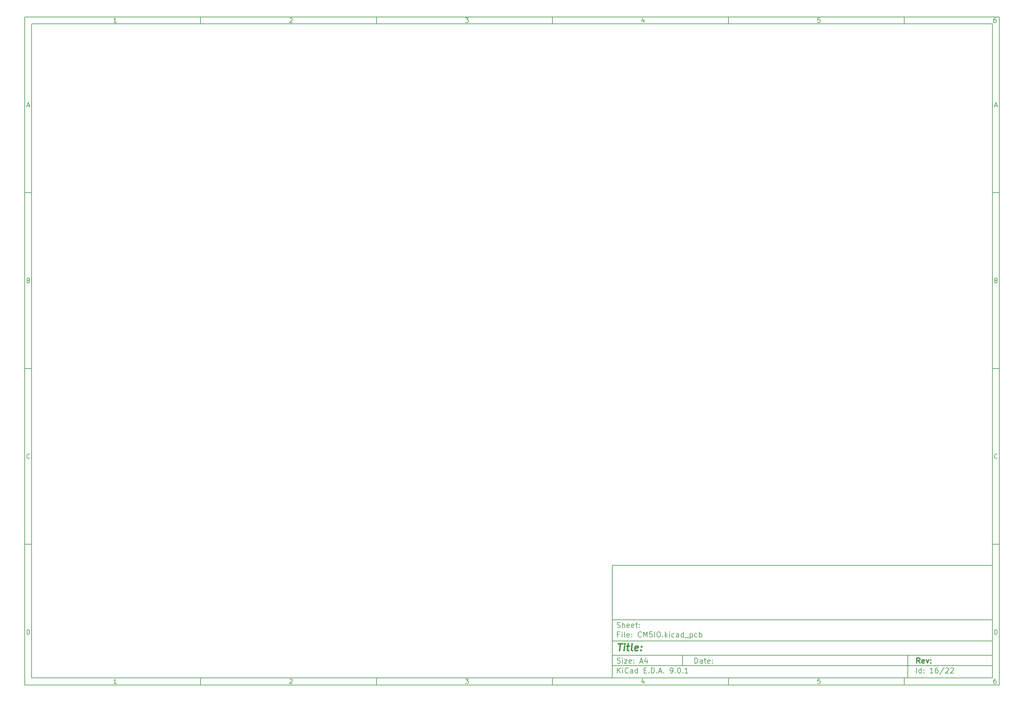
<source format=gbr>
G04 #@! TF.GenerationSoftware,KiCad,Pcbnew,9.0.1*
G04 #@! TF.CreationDate,2025-04-26T19:09:58-05:00*
G04 #@! TF.ProjectId,CM5IO,434d3549-4f2e-46b6-9963-61645f706362,rev?*
G04 #@! TF.SameCoordinates,Original*
G04 #@! TF.FileFunction,Other,ECO2*
%FSLAX46Y46*%
G04 Gerber Fmt 4.6, Leading zero omitted, Abs format (unit mm)*
G04 Created by KiCad (PCBNEW 9.0.1) date 2025-04-26 19:09:58*
%MOMM*%
%LPD*%
G01*
G04 APERTURE LIST*
%ADD10C,0.100000*%
%ADD11C,0.150000*%
%ADD12C,0.300000*%
%ADD13C,0.400000*%
G04 APERTURE END LIST*
D10*
D11*
X177002200Y-166007200D02*
X285002200Y-166007200D01*
X285002200Y-198007200D01*
X177002200Y-198007200D01*
X177002200Y-166007200D01*
D10*
D11*
X10000000Y-10000000D02*
X287002200Y-10000000D01*
X287002200Y-200007200D01*
X10000000Y-200007200D01*
X10000000Y-10000000D01*
D10*
D11*
X12000000Y-12000000D02*
X285002200Y-12000000D01*
X285002200Y-198007200D01*
X12000000Y-198007200D01*
X12000000Y-12000000D01*
D10*
D11*
X60000000Y-12000000D02*
X60000000Y-10000000D01*
D10*
D11*
X110000000Y-12000000D02*
X110000000Y-10000000D01*
D10*
D11*
X160000000Y-12000000D02*
X160000000Y-10000000D01*
D10*
D11*
X210000000Y-12000000D02*
X210000000Y-10000000D01*
D10*
D11*
X260000000Y-12000000D02*
X260000000Y-10000000D01*
D10*
D11*
X36089160Y-11593604D02*
X35346303Y-11593604D01*
X35717731Y-11593604D02*
X35717731Y-10293604D01*
X35717731Y-10293604D02*
X35593922Y-10479319D01*
X35593922Y-10479319D02*
X35470112Y-10603128D01*
X35470112Y-10603128D02*
X35346303Y-10665033D01*
D10*
D11*
X85346303Y-10417414D02*
X85408207Y-10355509D01*
X85408207Y-10355509D02*
X85532017Y-10293604D01*
X85532017Y-10293604D02*
X85841541Y-10293604D01*
X85841541Y-10293604D02*
X85965350Y-10355509D01*
X85965350Y-10355509D02*
X86027255Y-10417414D01*
X86027255Y-10417414D02*
X86089160Y-10541223D01*
X86089160Y-10541223D02*
X86089160Y-10665033D01*
X86089160Y-10665033D02*
X86027255Y-10850747D01*
X86027255Y-10850747D02*
X85284398Y-11593604D01*
X85284398Y-11593604D02*
X86089160Y-11593604D01*
D10*
D11*
X135284398Y-10293604D02*
X136089160Y-10293604D01*
X136089160Y-10293604D02*
X135655826Y-10788842D01*
X135655826Y-10788842D02*
X135841541Y-10788842D01*
X135841541Y-10788842D02*
X135965350Y-10850747D01*
X135965350Y-10850747D02*
X136027255Y-10912652D01*
X136027255Y-10912652D02*
X136089160Y-11036461D01*
X136089160Y-11036461D02*
X136089160Y-11345985D01*
X136089160Y-11345985D02*
X136027255Y-11469795D01*
X136027255Y-11469795D02*
X135965350Y-11531700D01*
X135965350Y-11531700D02*
X135841541Y-11593604D01*
X135841541Y-11593604D02*
X135470112Y-11593604D01*
X135470112Y-11593604D02*
X135346303Y-11531700D01*
X135346303Y-11531700D02*
X135284398Y-11469795D01*
D10*
D11*
X185965350Y-10726938D02*
X185965350Y-11593604D01*
X185655826Y-10231700D02*
X185346303Y-11160271D01*
X185346303Y-11160271D02*
X186151064Y-11160271D01*
D10*
D11*
X236027255Y-10293604D02*
X235408207Y-10293604D01*
X235408207Y-10293604D02*
X235346303Y-10912652D01*
X235346303Y-10912652D02*
X235408207Y-10850747D01*
X235408207Y-10850747D02*
X235532017Y-10788842D01*
X235532017Y-10788842D02*
X235841541Y-10788842D01*
X235841541Y-10788842D02*
X235965350Y-10850747D01*
X235965350Y-10850747D02*
X236027255Y-10912652D01*
X236027255Y-10912652D02*
X236089160Y-11036461D01*
X236089160Y-11036461D02*
X236089160Y-11345985D01*
X236089160Y-11345985D02*
X236027255Y-11469795D01*
X236027255Y-11469795D02*
X235965350Y-11531700D01*
X235965350Y-11531700D02*
X235841541Y-11593604D01*
X235841541Y-11593604D02*
X235532017Y-11593604D01*
X235532017Y-11593604D02*
X235408207Y-11531700D01*
X235408207Y-11531700D02*
X235346303Y-11469795D01*
D10*
D11*
X285965350Y-10293604D02*
X285717731Y-10293604D01*
X285717731Y-10293604D02*
X285593922Y-10355509D01*
X285593922Y-10355509D02*
X285532017Y-10417414D01*
X285532017Y-10417414D02*
X285408207Y-10603128D01*
X285408207Y-10603128D02*
X285346303Y-10850747D01*
X285346303Y-10850747D02*
X285346303Y-11345985D01*
X285346303Y-11345985D02*
X285408207Y-11469795D01*
X285408207Y-11469795D02*
X285470112Y-11531700D01*
X285470112Y-11531700D02*
X285593922Y-11593604D01*
X285593922Y-11593604D02*
X285841541Y-11593604D01*
X285841541Y-11593604D02*
X285965350Y-11531700D01*
X285965350Y-11531700D02*
X286027255Y-11469795D01*
X286027255Y-11469795D02*
X286089160Y-11345985D01*
X286089160Y-11345985D02*
X286089160Y-11036461D01*
X286089160Y-11036461D02*
X286027255Y-10912652D01*
X286027255Y-10912652D02*
X285965350Y-10850747D01*
X285965350Y-10850747D02*
X285841541Y-10788842D01*
X285841541Y-10788842D02*
X285593922Y-10788842D01*
X285593922Y-10788842D02*
X285470112Y-10850747D01*
X285470112Y-10850747D02*
X285408207Y-10912652D01*
X285408207Y-10912652D02*
X285346303Y-11036461D01*
D10*
D11*
X60000000Y-198007200D02*
X60000000Y-200007200D01*
D10*
D11*
X110000000Y-198007200D02*
X110000000Y-200007200D01*
D10*
D11*
X160000000Y-198007200D02*
X160000000Y-200007200D01*
D10*
D11*
X210000000Y-198007200D02*
X210000000Y-200007200D01*
D10*
D11*
X260000000Y-198007200D02*
X260000000Y-200007200D01*
D10*
D11*
X36089160Y-199600804D02*
X35346303Y-199600804D01*
X35717731Y-199600804D02*
X35717731Y-198300804D01*
X35717731Y-198300804D02*
X35593922Y-198486519D01*
X35593922Y-198486519D02*
X35470112Y-198610328D01*
X35470112Y-198610328D02*
X35346303Y-198672233D01*
D10*
D11*
X85346303Y-198424614D02*
X85408207Y-198362709D01*
X85408207Y-198362709D02*
X85532017Y-198300804D01*
X85532017Y-198300804D02*
X85841541Y-198300804D01*
X85841541Y-198300804D02*
X85965350Y-198362709D01*
X85965350Y-198362709D02*
X86027255Y-198424614D01*
X86027255Y-198424614D02*
X86089160Y-198548423D01*
X86089160Y-198548423D02*
X86089160Y-198672233D01*
X86089160Y-198672233D02*
X86027255Y-198857947D01*
X86027255Y-198857947D02*
X85284398Y-199600804D01*
X85284398Y-199600804D02*
X86089160Y-199600804D01*
D10*
D11*
X135284398Y-198300804D02*
X136089160Y-198300804D01*
X136089160Y-198300804D02*
X135655826Y-198796042D01*
X135655826Y-198796042D02*
X135841541Y-198796042D01*
X135841541Y-198796042D02*
X135965350Y-198857947D01*
X135965350Y-198857947D02*
X136027255Y-198919852D01*
X136027255Y-198919852D02*
X136089160Y-199043661D01*
X136089160Y-199043661D02*
X136089160Y-199353185D01*
X136089160Y-199353185D02*
X136027255Y-199476995D01*
X136027255Y-199476995D02*
X135965350Y-199538900D01*
X135965350Y-199538900D02*
X135841541Y-199600804D01*
X135841541Y-199600804D02*
X135470112Y-199600804D01*
X135470112Y-199600804D02*
X135346303Y-199538900D01*
X135346303Y-199538900D02*
X135284398Y-199476995D01*
D10*
D11*
X185965350Y-198734138D02*
X185965350Y-199600804D01*
X185655826Y-198238900D02*
X185346303Y-199167471D01*
X185346303Y-199167471D02*
X186151064Y-199167471D01*
D10*
D11*
X236027255Y-198300804D02*
X235408207Y-198300804D01*
X235408207Y-198300804D02*
X235346303Y-198919852D01*
X235346303Y-198919852D02*
X235408207Y-198857947D01*
X235408207Y-198857947D02*
X235532017Y-198796042D01*
X235532017Y-198796042D02*
X235841541Y-198796042D01*
X235841541Y-198796042D02*
X235965350Y-198857947D01*
X235965350Y-198857947D02*
X236027255Y-198919852D01*
X236027255Y-198919852D02*
X236089160Y-199043661D01*
X236089160Y-199043661D02*
X236089160Y-199353185D01*
X236089160Y-199353185D02*
X236027255Y-199476995D01*
X236027255Y-199476995D02*
X235965350Y-199538900D01*
X235965350Y-199538900D02*
X235841541Y-199600804D01*
X235841541Y-199600804D02*
X235532017Y-199600804D01*
X235532017Y-199600804D02*
X235408207Y-199538900D01*
X235408207Y-199538900D02*
X235346303Y-199476995D01*
D10*
D11*
X285965350Y-198300804D02*
X285717731Y-198300804D01*
X285717731Y-198300804D02*
X285593922Y-198362709D01*
X285593922Y-198362709D02*
X285532017Y-198424614D01*
X285532017Y-198424614D02*
X285408207Y-198610328D01*
X285408207Y-198610328D02*
X285346303Y-198857947D01*
X285346303Y-198857947D02*
X285346303Y-199353185D01*
X285346303Y-199353185D02*
X285408207Y-199476995D01*
X285408207Y-199476995D02*
X285470112Y-199538900D01*
X285470112Y-199538900D02*
X285593922Y-199600804D01*
X285593922Y-199600804D02*
X285841541Y-199600804D01*
X285841541Y-199600804D02*
X285965350Y-199538900D01*
X285965350Y-199538900D02*
X286027255Y-199476995D01*
X286027255Y-199476995D02*
X286089160Y-199353185D01*
X286089160Y-199353185D02*
X286089160Y-199043661D01*
X286089160Y-199043661D02*
X286027255Y-198919852D01*
X286027255Y-198919852D02*
X285965350Y-198857947D01*
X285965350Y-198857947D02*
X285841541Y-198796042D01*
X285841541Y-198796042D02*
X285593922Y-198796042D01*
X285593922Y-198796042D02*
X285470112Y-198857947D01*
X285470112Y-198857947D02*
X285408207Y-198919852D01*
X285408207Y-198919852D02*
X285346303Y-199043661D01*
D10*
D11*
X10000000Y-60000000D02*
X12000000Y-60000000D01*
D10*
D11*
X10000000Y-110000000D02*
X12000000Y-110000000D01*
D10*
D11*
X10000000Y-160000000D02*
X12000000Y-160000000D01*
D10*
D11*
X10690476Y-35222176D02*
X11309523Y-35222176D01*
X10566666Y-35593604D02*
X10999999Y-34293604D01*
X10999999Y-34293604D02*
X11433333Y-35593604D01*
D10*
D11*
X11092857Y-84912652D02*
X11278571Y-84974557D01*
X11278571Y-84974557D02*
X11340476Y-85036461D01*
X11340476Y-85036461D02*
X11402380Y-85160271D01*
X11402380Y-85160271D02*
X11402380Y-85345985D01*
X11402380Y-85345985D02*
X11340476Y-85469795D01*
X11340476Y-85469795D02*
X11278571Y-85531700D01*
X11278571Y-85531700D02*
X11154761Y-85593604D01*
X11154761Y-85593604D02*
X10659523Y-85593604D01*
X10659523Y-85593604D02*
X10659523Y-84293604D01*
X10659523Y-84293604D02*
X11092857Y-84293604D01*
X11092857Y-84293604D02*
X11216666Y-84355509D01*
X11216666Y-84355509D02*
X11278571Y-84417414D01*
X11278571Y-84417414D02*
X11340476Y-84541223D01*
X11340476Y-84541223D02*
X11340476Y-84665033D01*
X11340476Y-84665033D02*
X11278571Y-84788842D01*
X11278571Y-84788842D02*
X11216666Y-84850747D01*
X11216666Y-84850747D02*
X11092857Y-84912652D01*
X11092857Y-84912652D02*
X10659523Y-84912652D01*
D10*
D11*
X11402380Y-135469795D02*
X11340476Y-135531700D01*
X11340476Y-135531700D02*
X11154761Y-135593604D01*
X11154761Y-135593604D02*
X11030952Y-135593604D01*
X11030952Y-135593604D02*
X10845238Y-135531700D01*
X10845238Y-135531700D02*
X10721428Y-135407890D01*
X10721428Y-135407890D02*
X10659523Y-135284080D01*
X10659523Y-135284080D02*
X10597619Y-135036461D01*
X10597619Y-135036461D02*
X10597619Y-134850747D01*
X10597619Y-134850747D02*
X10659523Y-134603128D01*
X10659523Y-134603128D02*
X10721428Y-134479319D01*
X10721428Y-134479319D02*
X10845238Y-134355509D01*
X10845238Y-134355509D02*
X11030952Y-134293604D01*
X11030952Y-134293604D02*
X11154761Y-134293604D01*
X11154761Y-134293604D02*
X11340476Y-134355509D01*
X11340476Y-134355509D02*
X11402380Y-134417414D01*
D10*
D11*
X10659523Y-185593604D02*
X10659523Y-184293604D01*
X10659523Y-184293604D02*
X10969047Y-184293604D01*
X10969047Y-184293604D02*
X11154761Y-184355509D01*
X11154761Y-184355509D02*
X11278571Y-184479319D01*
X11278571Y-184479319D02*
X11340476Y-184603128D01*
X11340476Y-184603128D02*
X11402380Y-184850747D01*
X11402380Y-184850747D02*
X11402380Y-185036461D01*
X11402380Y-185036461D02*
X11340476Y-185284080D01*
X11340476Y-185284080D02*
X11278571Y-185407890D01*
X11278571Y-185407890D02*
X11154761Y-185531700D01*
X11154761Y-185531700D02*
X10969047Y-185593604D01*
X10969047Y-185593604D02*
X10659523Y-185593604D01*
D10*
D11*
X287002200Y-60000000D02*
X285002200Y-60000000D01*
D10*
D11*
X287002200Y-110000000D02*
X285002200Y-110000000D01*
D10*
D11*
X287002200Y-160000000D02*
X285002200Y-160000000D01*
D10*
D11*
X285692676Y-35222176D02*
X286311723Y-35222176D01*
X285568866Y-35593604D02*
X286002199Y-34293604D01*
X286002199Y-34293604D02*
X286435533Y-35593604D01*
D10*
D11*
X286095057Y-84912652D02*
X286280771Y-84974557D01*
X286280771Y-84974557D02*
X286342676Y-85036461D01*
X286342676Y-85036461D02*
X286404580Y-85160271D01*
X286404580Y-85160271D02*
X286404580Y-85345985D01*
X286404580Y-85345985D02*
X286342676Y-85469795D01*
X286342676Y-85469795D02*
X286280771Y-85531700D01*
X286280771Y-85531700D02*
X286156961Y-85593604D01*
X286156961Y-85593604D02*
X285661723Y-85593604D01*
X285661723Y-85593604D02*
X285661723Y-84293604D01*
X285661723Y-84293604D02*
X286095057Y-84293604D01*
X286095057Y-84293604D02*
X286218866Y-84355509D01*
X286218866Y-84355509D02*
X286280771Y-84417414D01*
X286280771Y-84417414D02*
X286342676Y-84541223D01*
X286342676Y-84541223D02*
X286342676Y-84665033D01*
X286342676Y-84665033D02*
X286280771Y-84788842D01*
X286280771Y-84788842D02*
X286218866Y-84850747D01*
X286218866Y-84850747D02*
X286095057Y-84912652D01*
X286095057Y-84912652D02*
X285661723Y-84912652D01*
D10*
D11*
X286404580Y-135469795D02*
X286342676Y-135531700D01*
X286342676Y-135531700D02*
X286156961Y-135593604D01*
X286156961Y-135593604D02*
X286033152Y-135593604D01*
X286033152Y-135593604D02*
X285847438Y-135531700D01*
X285847438Y-135531700D02*
X285723628Y-135407890D01*
X285723628Y-135407890D02*
X285661723Y-135284080D01*
X285661723Y-135284080D02*
X285599819Y-135036461D01*
X285599819Y-135036461D02*
X285599819Y-134850747D01*
X285599819Y-134850747D02*
X285661723Y-134603128D01*
X285661723Y-134603128D02*
X285723628Y-134479319D01*
X285723628Y-134479319D02*
X285847438Y-134355509D01*
X285847438Y-134355509D02*
X286033152Y-134293604D01*
X286033152Y-134293604D02*
X286156961Y-134293604D01*
X286156961Y-134293604D02*
X286342676Y-134355509D01*
X286342676Y-134355509D02*
X286404580Y-134417414D01*
D10*
D11*
X285661723Y-185593604D02*
X285661723Y-184293604D01*
X285661723Y-184293604D02*
X285971247Y-184293604D01*
X285971247Y-184293604D02*
X286156961Y-184355509D01*
X286156961Y-184355509D02*
X286280771Y-184479319D01*
X286280771Y-184479319D02*
X286342676Y-184603128D01*
X286342676Y-184603128D02*
X286404580Y-184850747D01*
X286404580Y-184850747D02*
X286404580Y-185036461D01*
X286404580Y-185036461D02*
X286342676Y-185284080D01*
X286342676Y-185284080D02*
X286280771Y-185407890D01*
X286280771Y-185407890D02*
X286156961Y-185531700D01*
X286156961Y-185531700D02*
X285971247Y-185593604D01*
X285971247Y-185593604D02*
X285661723Y-185593604D01*
D10*
D11*
X200458026Y-193793328D02*
X200458026Y-192293328D01*
X200458026Y-192293328D02*
X200815169Y-192293328D01*
X200815169Y-192293328D02*
X201029455Y-192364757D01*
X201029455Y-192364757D02*
X201172312Y-192507614D01*
X201172312Y-192507614D02*
X201243741Y-192650471D01*
X201243741Y-192650471D02*
X201315169Y-192936185D01*
X201315169Y-192936185D02*
X201315169Y-193150471D01*
X201315169Y-193150471D02*
X201243741Y-193436185D01*
X201243741Y-193436185D02*
X201172312Y-193579042D01*
X201172312Y-193579042D02*
X201029455Y-193721900D01*
X201029455Y-193721900D02*
X200815169Y-193793328D01*
X200815169Y-193793328D02*
X200458026Y-193793328D01*
X202600884Y-193793328D02*
X202600884Y-193007614D01*
X202600884Y-193007614D02*
X202529455Y-192864757D01*
X202529455Y-192864757D02*
X202386598Y-192793328D01*
X202386598Y-192793328D02*
X202100884Y-192793328D01*
X202100884Y-192793328D02*
X201958026Y-192864757D01*
X202600884Y-193721900D02*
X202458026Y-193793328D01*
X202458026Y-193793328D02*
X202100884Y-193793328D01*
X202100884Y-193793328D02*
X201958026Y-193721900D01*
X201958026Y-193721900D02*
X201886598Y-193579042D01*
X201886598Y-193579042D02*
X201886598Y-193436185D01*
X201886598Y-193436185D02*
X201958026Y-193293328D01*
X201958026Y-193293328D02*
X202100884Y-193221900D01*
X202100884Y-193221900D02*
X202458026Y-193221900D01*
X202458026Y-193221900D02*
X202600884Y-193150471D01*
X203100884Y-192793328D02*
X203672312Y-192793328D01*
X203315169Y-192293328D02*
X203315169Y-193579042D01*
X203315169Y-193579042D02*
X203386598Y-193721900D01*
X203386598Y-193721900D02*
X203529455Y-193793328D01*
X203529455Y-193793328D02*
X203672312Y-193793328D01*
X204743741Y-193721900D02*
X204600884Y-193793328D01*
X204600884Y-193793328D02*
X204315170Y-193793328D01*
X204315170Y-193793328D02*
X204172312Y-193721900D01*
X204172312Y-193721900D02*
X204100884Y-193579042D01*
X204100884Y-193579042D02*
X204100884Y-193007614D01*
X204100884Y-193007614D02*
X204172312Y-192864757D01*
X204172312Y-192864757D02*
X204315170Y-192793328D01*
X204315170Y-192793328D02*
X204600884Y-192793328D01*
X204600884Y-192793328D02*
X204743741Y-192864757D01*
X204743741Y-192864757D02*
X204815170Y-193007614D01*
X204815170Y-193007614D02*
X204815170Y-193150471D01*
X204815170Y-193150471D02*
X204100884Y-193293328D01*
X205458026Y-193650471D02*
X205529455Y-193721900D01*
X205529455Y-193721900D02*
X205458026Y-193793328D01*
X205458026Y-193793328D02*
X205386598Y-193721900D01*
X205386598Y-193721900D02*
X205458026Y-193650471D01*
X205458026Y-193650471D02*
X205458026Y-193793328D01*
X205458026Y-192864757D02*
X205529455Y-192936185D01*
X205529455Y-192936185D02*
X205458026Y-193007614D01*
X205458026Y-193007614D02*
X205386598Y-192936185D01*
X205386598Y-192936185D02*
X205458026Y-192864757D01*
X205458026Y-192864757D02*
X205458026Y-193007614D01*
D10*
D11*
X177002200Y-194507200D02*
X285002200Y-194507200D01*
D10*
D11*
X178458026Y-196593328D02*
X178458026Y-195093328D01*
X179315169Y-196593328D02*
X178672312Y-195736185D01*
X179315169Y-195093328D02*
X178458026Y-195950471D01*
X179958026Y-196593328D02*
X179958026Y-195593328D01*
X179958026Y-195093328D02*
X179886598Y-195164757D01*
X179886598Y-195164757D02*
X179958026Y-195236185D01*
X179958026Y-195236185D02*
X180029455Y-195164757D01*
X180029455Y-195164757D02*
X179958026Y-195093328D01*
X179958026Y-195093328D02*
X179958026Y-195236185D01*
X181529455Y-196450471D02*
X181458027Y-196521900D01*
X181458027Y-196521900D02*
X181243741Y-196593328D01*
X181243741Y-196593328D02*
X181100884Y-196593328D01*
X181100884Y-196593328D02*
X180886598Y-196521900D01*
X180886598Y-196521900D02*
X180743741Y-196379042D01*
X180743741Y-196379042D02*
X180672312Y-196236185D01*
X180672312Y-196236185D02*
X180600884Y-195950471D01*
X180600884Y-195950471D02*
X180600884Y-195736185D01*
X180600884Y-195736185D02*
X180672312Y-195450471D01*
X180672312Y-195450471D02*
X180743741Y-195307614D01*
X180743741Y-195307614D02*
X180886598Y-195164757D01*
X180886598Y-195164757D02*
X181100884Y-195093328D01*
X181100884Y-195093328D02*
X181243741Y-195093328D01*
X181243741Y-195093328D02*
X181458027Y-195164757D01*
X181458027Y-195164757D02*
X181529455Y-195236185D01*
X182815170Y-196593328D02*
X182815170Y-195807614D01*
X182815170Y-195807614D02*
X182743741Y-195664757D01*
X182743741Y-195664757D02*
X182600884Y-195593328D01*
X182600884Y-195593328D02*
X182315170Y-195593328D01*
X182315170Y-195593328D02*
X182172312Y-195664757D01*
X182815170Y-196521900D02*
X182672312Y-196593328D01*
X182672312Y-196593328D02*
X182315170Y-196593328D01*
X182315170Y-196593328D02*
X182172312Y-196521900D01*
X182172312Y-196521900D02*
X182100884Y-196379042D01*
X182100884Y-196379042D02*
X182100884Y-196236185D01*
X182100884Y-196236185D02*
X182172312Y-196093328D01*
X182172312Y-196093328D02*
X182315170Y-196021900D01*
X182315170Y-196021900D02*
X182672312Y-196021900D01*
X182672312Y-196021900D02*
X182815170Y-195950471D01*
X184172313Y-196593328D02*
X184172313Y-195093328D01*
X184172313Y-196521900D02*
X184029455Y-196593328D01*
X184029455Y-196593328D02*
X183743741Y-196593328D01*
X183743741Y-196593328D02*
X183600884Y-196521900D01*
X183600884Y-196521900D02*
X183529455Y-196450471D01*
X183529455Y-196450471D02*
X183458027Y-196307614D01*
X183458027Y-196307614D02*
X183458027Y-195879042D01*
X183458027Y-195879042D02*
X183529455Y-195736185D01*
X183529455Y-195736185D02*
X183600884Y-195664757D01*
X183600884Y-195664757D02*
X183743741Y-195593328D01*
X183743741Y-195593328D02*
X184029455Y-195593328D01*
X184029455Y-195593328D02*
X184172313Y-195664757D01*
X186029455Y-195807614D02*
X186529455Y-195807614D01*
X186743741Y-196593328D02*
X186029455Y-196593328D01*
X186029455Y-196593328D02*
X186029455Y-195093328D01*
X186029455Y-195093328D02*
X186743741Y-195093328D01*
X187386598Y-196450471D02*
X187458027Y-196521900D01*
X187458027Y-196521900D02*
X187386598Y-196593328D01*
X187386598Y-196593328D02*
X187315170Y-196521900D01*
X187315170Y-196521900D02*
X187386598Y-196450471D01*
X187386598Y-196450471D02*
X187386598Y-196593328D01*
X188100884Y-196593328D02*
X188100884Y-195093328D01*
X188100884Y-195093328D02*
X188458027Y-195093328D01*
X188458027Y-195093328D02*
X188672313Y-195164757D01*
X188672313Y-195164757D02*
X188815170Y-195307614D01*
X188815170Y-195307614D02*
X188886599Y-195450471D01*
X188886599Y-195450471D02*
X188958027Y-195736185D01*
X188958027Y-195736185D02*
X188958027Y-195950471D01*
X188958027Y-195950471D02*
X188886599Y-196236185D01*
X188886599Y-196236185D02*
X188815170Y-196379042D01*
X188815170Y-196379042D02*
X188672313Y-196521900D01*
X188672313Y-196521900D02*
X188458027Y-196593328D01*
X188458027Y-196593328D02*
X188100884Y-196593328D01*
X189600884Y-196450471D02*
X189672313Y-196521900D01*
X189672313Y-196521900D02*
X189600884Y-196593328D01*
X189600884Y-196593328D02*
X189529456Y-196521900D01*
X189529456Y-196521900D02*
X189600884Y-196450471D01*
X189600884Y-196450471D02*
X189600884Y-196593328D01*
X190243742Y-196164757D02*
X190958028Y-196164757D01*
X190100885Y-196593328D02*
X190600885Y-195093328D01*
X190600885Y-195093328D02*
X191100885Y-196593328D01*
X191600884Y-196450471D02*
X191672313Y-196521900D01*
X191672313Y-196521900D02*
X191600884Y-196593328D01*
X191600884Y-196593328D02*
X191529456Y-196521900D01*
X191529456Y-196521900D02*
X191600884Y-196450471D01*
X191600884Y-196450471D02*
X191600884Y-196593328D01*
X193529456Y-196593328D02*
X193815170Y-196593328D01*
X193815170Y-196593328D02*
X193958027Y-196521900D01*
X193958027Y-196521900D02*
X194029456Y-196450471D01*
X194029456Y-196450471D02*
X194172313Y-196236185D01*
X194172313Y-196236185D02*
X194243742Y-195950471D01*
X194243742Y-195950471D02*
X194243742Y-195379042D01*
X194243742Y-195379042D02*
X194172313Y-195236185D01*
X194172313Y-195236185D02*
X194100885Y-195164757D01*
X194100885Y-195164757D02*
X193958027Y-195093328D01*
X193958027Y-195093328D02*
X193672313Y-195093328D01*
X193672313Y-195093328D02*
X193529456Y-195164757D01*
X193529456Y-195164757D02*
X193458027Y-195236185D01*
X193458027Y-195236185D02*
X193386599Y-195379042D01*
X193386599Y-195379042D02*
X193386599Y-195736185D01*
X193386599Y-195736185D02*
X193458027Y-195879042D01*
X193458027Y-195879042D02*
X193529456Y-195950471D01*
X193529456Y-195950471D02*
X193672313Y-196021900D01*
X193672313Y-196021900D02*
X193958027Y-196021900D01*
X193958027Y-196021900D02*
X194100885Y-195950471D01*
X194100885Y-195950471D02*
X194172313Y-195879042D01*
X194172313Y-195879042D02*
X194243742Y-195736185D01*
X194886598Y-196450471D02*
X194958027Y-196521900D01*
X194958027Y-196521900D02*
X194886598Y-196593328D01*
X194886598Y-196593328D02*
X194815170Y-196521900D01*
X194815170Y-196521900D02*
X194886598Y-196450471D01*
X194886598Y-196450471D02*
X194886598Y-196593328D01*
X195886599Y-195093328D02*
X196029456Y-195093328D01*
X196029456Y-195093328D02*
X196172313Y-195164757D01*
X196172313Y-195164757D02*
X196243742Y-195236185D01*
X196243742Y-195236185D02*
X196315170Y-195379042D01*
X196315170Y-195379042D02*
X196386599Y-195664757D01*
X196386599Y-195664757D02*
X196386599Y-196021900D01*
X196386599Y-196021900D02*
X196315170Y-196307614D01*
X196315170Y-196307614D02*
X196243742Y-196450471D01*
X196243742Y-196450471D02*
X196172313Y-196521900D01*
X196172313Y-196521900D02*
X196029456Y-196593328D01*
X196029456Y-196593328D02*
X195886599Y-196593328D01*
X195886599Y-196593328D02*
X195743742Y-196521900D01*
X195743742Y-196521900D02*
X195672313Y-196450471D01*
X195672313Y-196450471D02*
X195600884Y-196307614D01*
X195600884Y-196307614D02*
X195529456Y-196021900D01*
X195529456Y-196021900D02*
X195529456Y-195664757D01*
X195529456Y-195664757D02*
X195600884Y-195379042D01*
X195600884Y-195379042D02*
X195672313Y-195236185D01*
X195672313Y-195236185D02*
X195743742Y-195164757D01*
X195743742Y-195164757D02*
X195886599Y-195093328D01*
X197029455Y-196450471D02*
X197100884Y-196521900D01*
X197100884Y-196521900D02*
X197029455Y-196593328D01*
X197029455Y-196593328D02*
X196958027Y-196521900D01*
X196958027Y-196521900D02*
X197029455Y-196450471D01*
X197029455Y-196450471D02*
X197029455Y-196593328D01*
X198529456Y-196593328D02*
X197672313Y-196593328D01*
X198100884Y-196593328D02*
X198100884Y-195093328D01*
X198100884Y-195093328D02*
X197958027Y-195307614D01*
X197958027Y-195307614D02*
X197815170Y-195450471D01*
X197815170Y-195450471D02*
X197672313Y-195521900D01*
D10*
D11*
X177002200Y-191507200D02*
X285002200Y-191507200D01*
D10*
D12*
X264413853Y-193785528D02*
X263913853Y-193071242D01*
X263556710Y-193785528D02*
X263556710Y-192285528D01*
X263556710Y-192285528D02*
X264128139Y-192285528D01*
X264128139Y-192285528D02*
X264270996Y-192356957D01*
X264270996Y-192356957D02*
X264342425Y-192428385D01*
X264342425Y-192428385D02*
X264413853Y-192571242D01*
X264413853Y-192571242D02*
X264413853Y-192785528D01*
X264413853Y-192785528D02*
X264342425Y-192928385D01*
X264342425Y-192928385D02*
X264270996Y-192999814D01*
X264270996Y-192999814D02*
X264128139Y-193071242D01*
X264128139Y-193071242D02*
X263556710Y-193071242D01*
X265628139Y-193714100D02*
X265485282Y-193785528D01*
X265485282Y-193785528D02*
X265199568Y-193785528D01*
X265199568Y-193785528D02*
X265056710Y-193714100D01*
X265056710Y-193714100D02*
X264985282Y-193571242D01*
X264985282Y-193571242D02*
X264985282Y-192999814D01*
X264985282Y-192999814D02*
X265056710Y-192856957D01*
X265056710Y-192856957D02*
X265199568Y-192785528D01*
X265199568Y-192785528D02*
X265485282Y-192785528D01*
X265485282Y-192785528D02*
X265628139Y-192856957D01*
X265628139Y-192856957D02*
X265699568Y-192999814D01*
X265699568Y-192999814D02*
X265699568Y-193142671D01*
X265699568Y-193142671D02*
X264985282Y-193285528D01*
X266199567Y-192785528D02*
X266556710Y-193785528D01*
X266556710Y-193785528D02*
X266913853Y-192785528D01*
X267485281Y-193642671D02*
X267556710Y-193714100D01*
X267556710Y-193714100D02*
X267485281Y-193785528D01*
X267485281Y-193785528D02*
X267413853Y-193714100D01*
X267413853Y-193714100D02*
X267485281Y-193642671D01*
X267485281Y-193642671D02*
X267485281Y-193785528D01*
X267485281Y-192856957D02*
X267556710Y-192928385D01*
X267556710Y-192928385D02*
X267485281Y-192999814D01*
X267485281Y-192999814D02*
X267413853Y-192928385D01*
X267413853Y-192928385D02*
X267485281Y-192856957D01*
X267485281Y-192856957D02*
X267485281Y-192999814D01*
D10*
D11*
X178386598Y-193721900D02*
X178600884Y-193793328D01*
X178600884Y-193793328D02*
X178958026Y-193793328D01*
X178958026Y-193793328D02*
X179100884Y-193721900D01*
X179100884Y-193721900D02*
X179172312Y-193650471D01*
X179172312Y-193650471D02*
X179243741Y-193507614D01*
X179243741Y-193507614D02*
X179243741Y-193364757D01*
X179243741Y-193364757D02*
X179172312Y-193221900D01*
X179172312Y-193221900D02*
X179100884Y-193150471D01*
X179100884Y-193150471D02*
X178958026Y-193079042D01*
X178958026Y-193079042D02*
X178672312Y-193007614D01*
X178672312Y-193007614D02*
X178529455Y-192936185D01*
X178529455Y-192936185D02*
X178458026Y-192864757D01*
X178458026Y-192864757D02*
X178386598Y-192721900D01*
X178386598Y-192721900D02*
X178386598Y-192579042D01*
X178386598Y-192579042D02*
X178458026Y-192436185D01*
X178458026Y-192436185D02*
X178529455Y-192364757D01*
X178529455Y-192364757D02*
X178672312Y-192293328D01*
X178672312Y-192293328D02*
X179029455Y-192293328D01*
X179029455Y-192293328D02*
X179243741Y-192364757D01*
X179886597Y-193793328D02*
X179886597Y-192793328D01*
X179886597Y-192293328D02*
X179815169Y-192364757D01*
X179815169Y-192364757D02*
X179886597Y-192436185D01*
X179886597Y-192436185D02*
X179958026Y-192364757D01*
X179958026Y-192364757D02*
X179886597Y-192293328D01*
X179886597Y-192293328D02*
X179886597Y-192436185D01*
X180458026Y-192793328D02*
X181243741Y-192793328D01*
X181243741Y-192793328D02*
X180458026Y-193793328D01*
X180458026Y-193793328D02*
X181243741Y-193793328D01*
X182386598Y-193721900D02*
X182243741Y-193793328D01*
X182243741Y-193793328D02*
X181958027Y-193793328D01*
X181958027Y-193793328D02*
X181815169Y-193721900D01*
X181815169Y-193721900D02*
X181743741Y-193579042D01*
X181743741Y-193579042D02*
X181743741Y-193007614D01*
X181743741Y-193007614D02*
X181815169Y-192864757D01*
X181815169Y-192864757D02*
X181958027Y-192793328D01*
X181958027Y-192793328D02*
X182243741Y-192793328D01*
X182243741Y-192793328D02*
X182386598Y-192864757D01*
X182386598Y-192864757D02*
X182458027Y-193007614D01*
X182458027Y-193007614D02*
X182458027Y-193150471D01*
X182458027Y-193150471D02*
X181743741Y-193293328D01*
X183100883Y-193650471D02*
X183172312Y-193721900D01*
X183172312Y-193721900D02*
X183100883Y-193793328D01*
X183100883Y-193793328D02*
X183029455Y-193721900D01*
X183029455Y-193721900D02*
X183100883Y-193650471D01*
X183100883Y-193650471D02*
X183100883Y-193793328D01*
X183100883Y-192864757D02*
X183172312Y-192936185D01*
X183172312Y-192936185D02*
X183100883Y-193007614D01*
X183100883Y-193007614D02*
X183029455Y-192936185D01*
X183029455Y-192936185D02*
X183100883Y-192864757D01*
X183100883Y-192864757D02*
X183100883Y-193007614D01*
X184886598Y-193364757D02*
X185600884Y-193364757D01*
X184743741Y-193793328D02*
X185243741Y-192293328D01*
X185243741Y-192293328D02*
X185743741Y-193793328D01*
X186886598Y-192793328D02*
X186886598Y-193793328D01*
X186529455Y-192221900D02*
X186172312Y-193293328D01*
X186172312Y-193293328D02*
X187100883Y-193293328D01*
D10*
D11*
X263458026Y-196593328D02*
X263458026Y-195093328D01*
X264815170Y-196593328D02*
X264815170Y-195093328D01*
X264815170Y-196521900D02*
X264672312Y-196593328D01*
X264672312Y-196593328D02*
X264386598Y-196593328D01*
X264386598Y-196593328D02*
X264243741Y-196521900D01*
X264243741Y-196521900D02*
X264172312Y-196450471D01*
X264172312Y-196450471D02*
X264100884Y-196307614D01*
X264100884Y-196307614D02*
X264100884Y-195879042D01*
X264100884Y-195879042D02*
X264172312Y-195736185D01*
X264172312Y-195736185D02*
X264243741Y-195664757D01*
X264243741Y-195664757D02*
X264386598Y-195593328D01*
X264386598Y-195593328D02*
X264672312Y-195593328D01*
X264672312Y-195593328D02*
X264815170Y-195664757D01*
X265529455Y-196450471D02*
X265600884Y-196521900D01*
X265600884Y-196521900D02*
X265529455Y-196593328D01*
X265529455Y-196593328D02*
X265458027Y-196521900D01*
X265458027Y-196521900D02*
X265529455Y-196450471D01*
X265529455Y-196450471D02*
X265529455Y-196593328D01*
X265529455Y-195664757D02*
X265600884Y-195736185D01*
X265600884Y-195736185D02*
X265529455Y-195807614D01*
X265529455Y-195807614D02*
X265458027Y-195736185D01*
X265458027Y-195736185D02*
X265529455Y-195664757D01*
X265529455Y-195664757D02*
X265529455Y-195807614D01*
X268172313Y-196593328D02*
X267315170Y-196593328D01*
X267743741Y-196593328D02*
X267743741Y-195093328D01*
X267743741Y-195093328D02*
X267600884Y-195307614D01*
X267600884Y-195307614D02*
X267458027Y-195450471D01*
X267458027Y-195450471D02*
X267315170Y-195521900D01*
X269458027Y-195093328D02*
X269172312Y-195093328D01*
X269172312Y-195093328D02*
X269029455Y-195164757D01*
X269029455Y-195164757D02*
X268958027Y-195236185D01*
X268958027Y-195236185D02*
X268815169Y-195450471D01*
X268815169Y-195450471D02*
X268743741Y-195736185D01*
X268743741Y-195736185D02*
X268743741Y-196307614D01*
X268743741Y-196307614D02*
X268815169Y-196450471D01*
X268815169Y-196450471D02*
X268886598Y-196521900D01*
X268886598Y-196521900D02*
X269029455Y-196593328D01*
X269029455Y-196593328D02*
X269315169Y-196593328D01*
X269315169Y-196593328D02*
X269458027Y-196521900D01*
X269458027Y-196521900D02*
X269529455Y-196450471D01*
X269529455Y-196450471D02*
X269600884Y-196307614D01*
X269600884Y-196307614D02*
X269600884Y-195950471D01*
X269600884Y-195950471D02*
X269529455Y-195807614D01*
X269529455Y-195807614D02*
X269458027Y-195736185D01*
X269458027Y-195736185D02*
X269315169Y-195664757D01*
X269315169Y-195664757D02*
X269029455Y-195664757D01*
X269029455Y-195664757D02*
X268886598Y-195736185D01*
X268886598Y-195736185D02*
X268815169Y-195807614D01*
X268815169Y-195807614D02*
X268743741Y-195950471D01*
X271315169Y-195021900D02*
X270029455Y-196950471D01*
X271743741Y-195236185D02*
X271815169Y-195164757D01*
X271815169Y-195164757D02*
X271958027Y-195093328D01*
X271958027Y-195093328D02*
X272315169Y-195093328D01*
X272315169Y-195093328D02*
X272458027Y-195164757D01*
X272458027Y-195164757D02*
X272529455Y-195236185D01*
X272529455Y-195236185D02*
X272600884Y-195379042D01*
X272600884Y-195379042D02*
X272600884Y-195521900D01*
X272600884Y-195521900D02*
X272529455Y-195736185D01*
X272529455Y-195736185D02*
X271672312Y-196593328D01*
X271672312Y-196593328D02*
X272600884Y-196593328D01*
X273172312Y-195236185D02*
X273243740Y-195164757D01*
X273243740Y-195164757D02*
X273386598Y-195093328D01*
X273386598Y-195093328D02*
X273743740Y-195093328D01*
X273743740Y-195093328D02*
X273886598Y-195164757D01*
X273886598Y-195164757D02*
X273958026Y-195236185D01*
X273958026Y-195236185D02*
X274029455Y-195379042D01*
X274029455Y-195379042D02*
X274029455Y-195521900D01*
X274029455Y-195521900D02*
X273958026Y-195736185D01*
X273958026Y-195736185D02*
X273100883Y-196593328D01*
X273100883Y-196593328D02*
X274029455Y-196593328D01*
D10*
D11*
X177002200Y-187507200D02*
X285002200Y-187507200D01*
D10*
D13*
X178693928Y-188211638D02*
X179836785Y-188211638D01*
X179015357Y-190211638D02*
X179265357Y-188211638D01*
X180253452Y-190211638D02*
X180420119Y-188878304D01*
X180503452Y-188211638D02*
X180396309Y-188306876D01*
X180396309Y-188306876D02*
X180479643Y-188402114D01*
X180479643Y-188402114D02*
X180586786Y-188306876D01*
X180586786Y-188306876D02*
X180503452Y-188211638D01*
X180503452Y-188211638D02*
X180479643Y-188402114D01*
X181086786Y-188878304D02*
X181848690Y-188878304D01*
X181455833Y-188211638D02*
X181241548Y-189925923D01*
X181241548Y-189925923D02*
X181312976Y-190116400D01*
X181312976Y-190116400D02*
X181491548Y-190211638D01*
X181491548Y-190211638D02*
X181682024Y-190211638D01*
X182634405Y-190211638D02*
X182455833Y-190116400D01*
X182455833Y-190116400D02*
X182384405Y-189925923D01*
X182384405Y-189925923D02*
X182598690Y-188211638D01*
X184170119Y-190116400D02*
X183967738Y-190211638D01*
X183967738Y-190211638D02*
X183586785Y-190211638D01*
X183586785Y-190211638D02*
X183408214Y-190116400D01*
X183408214Y-190116400D02*
X183336785Y-189925923D01*
X183336785Y-189925923D02*
X183432024Y-189164019D01*
X183432024Y-189164019D02*
X183551071Y-188973542D01*
X183551071Y-188973542D02*
X183753452Y-188878304D01*
X183753452Y-188878304D02*
X184134404Y-188878304D01*
X184134404Y-188878304D02*
X184312976Y-188973542D01*
X184312976Y-188973542D02*
X184384404Y-189164019D01*
X184384404Y-189164019D02*
X184360595Y-189354495D01*
X184360595Y-189354495D02*
X183384404Y-189544971D01*
X185134405Y-190021161D02*
X185217738Y-190116400D01*
X185217738Y-190116400D02*
X185110595Y-190211638D01*
X185110595Y-190211638D02*
X185027262Y-190116400D01*
X185027262Y-190116400D02*
X185134405Y-190021161D01*
X185134405Y-190021161D02*
X185110595Y-190211638D01*
X185265357Y-188973542D02*
X185348690Y-189068780D01*
X185348690Y-189068780D02*
X185241548Y-189164019D01*
X185241548Y-189164019D02*
X185158214Y-189068780D01*
X185158214Y-189068780D02*
X185265357Y-188973542D01*
X185265357Y-188973542D02*
X185241548Y-189164019D01*
D10*
D11*
X178958026Y-185607614D02*
X178458026Y-185607614D01*
X178458026Y-186393328D02*
X178458026Y-184893328D01*
X178458026Y-184893328D02*
X179172312Y-184893328D01*
X179743740Y-186393328D02*
X179743740Y-185393328D01*
X179743740Y-184893328D02*
X179672312Y-184964757D01*
X179672312Y-184964757D02*
X179743740Y-185036185D01*
X179743740Y-185036185D02*
X179815169Y-184964757D01*
X179815169Y-184964757D02*
X179743740Y-184893328D01*
X179743740Y-184893328D02*
X179743740Y-185036185D01*
X180672312Y-186393328D02*
X180529455Y-186321900D01*
X180529455Y-186321900D02*
X180458026Y-186179042D01*
X180458026Y-186179042D02*
X180458026Y-184893328D01*
X181815169Y-186321900D02*
X181672312Y-186393328D01*
X181672312Y-186393328D02*
X181386598Y-186393328D01*
X181386598Y-186393328D02*
X181243740Y-186321900D01*
X181243740Y-186321900D02*
X181172312Y-186179042D01*
X181172312Y-186179042D02*
X181172312Y-185607614D01*
X181172312Y-185607614D02*
X181243740Y-185464757D01*
X181243740Y-185464757D02*
X181386598Y-185393328D01*
X181386598Y-185393328D02*
X181672312Y-185393328D01*
X181672312Y-185393328D02*
X181815169Y-185464757D01*
X181815169Y-185464757D02*
X181886598Y-185607614D01*
X181886598Y-185607614D02*
X181886598Y-185750471D01*
X181886598Y-185750471D02*
X181172312Y-185893328D01*
X182529454Y-186250471D02*
X182600883Y-186321900D01*
X182600883Y-186321900D02*
X182529454Y-186393328D01*
X182529454Y-186393328D02*
X182458026Y-186321900D01*
X182458026Y-186321900D02*
X182529454Y-186250471D01*
X182529454Y-186250471D02*
X182529454Y-186393328D01*
X182529454Y-185464757D02*
X182600883Y-185536185D01*
X182600883Y-185536185D02*
X182529454Y-185607614D01*
X182529454Y-185607614D02*
X182458026Y-185536185D01*
X182458026Y-185536185D02*
X182529454Y-185464757D01*
X182529454Y-185464757D02*
X182529454Y-185607614D01*
X185243740Y-186250471D02*
X185172312Y-186321900D01*
X185172312Y-186321900D02*
X184958026Y-186393328D01*
X184958026Y-186393328D02*
X184815169Y-186393328D01*
X184815169Y-186393328D02*
X184600883Y-186321900D01*
X184600883Y-186321900D02*
X184458026Y-186179042D01*
X184458026Y-186179042D02*
X184386597Y-186036185D01*
X184386597Y-186036185D02*
X184315169Y-185750471D01*
X184315169Y-185750471D02*
X184315169Y-185536185D01*
X184315169Y-185536185D02*
X184386597Y-185250471D01*
X184386597Y-185250471D02*
X184458026Y-185107614D01*
X184458026Y-185107614D02*
X184600883Y-184964757D01*
X184600883Y-184964757D02*
X184815169Y-184893328D01*
X184815169Y-184893328D02*
X184958026Y-184893328D01*
X184958026Y-184893328D02*
X185172312Y-184964757D01*
X185172312Y-184964757D02*
X185243740Y-185036185D01*
X185886597Y-186393328D02*
X185886597Y-184893328D01*
X185886597Y-184893328D02*
X186386597Y-185964757D01*
X186386597Y-185964757D02*
X186886597Y-184893328D01*
X186886597Y-184893328D02*
X186886597Y-186393328D01*
X188315169Y-184893328D02*
X187600883Y-184893328D01*
X187600883Y-184893328D02*
X187529455Y-185607614D01*
X187529455Y-185607614D02*
X187600883Y-185536185D01*
X187600883Y-185536185D02*
X187743741Y-185464757D01*
X187743741Y-185464757D02*
X188100883Y-185464757D01*
X188100883Y-185464757D02*
X188243741Y-185536185D01*
X188243741Y-185536185D02*
X188315169Y-185607614D01*
X188315169Y-185607614D02*
X188386598Y-185750471D01*
X188386598Y-185750471D02*
X188386598Y-186107614D01*
X188386598Y-186107614D02*
X188315169Y-186250471D01*
X188315169Y-186250471D02*
X188243741Y-186321900D01*
X188243741Y-186321900D02*
X188100883Y-186393328D01*
X188100883Y-186393328D02*
X187743741Y-186393328D01*
X187743741Y-186393328D02*
X187600883Y-186321900D01*
X187600883Y-186321900D02*
X187529455Y-186250471D01*
X189029454Y-186393328D02*
X189029454Y-184893328D01*
X190029455Y-184893328D02*
X190315169Y-184893328D01*
X190315169Y-184893328D02*
X190458026Y-184964757D01*
X190458026Y-184964757D02*
X190600883Y-185107614D01*
X190600883Y-185107614D02*
X190672312Y-185393328D01*
X190672312Y-185393328D02*
X190672312Y-185893328D01*
X190672312Y-185893328D02*
X190600883Y-186179042D01*
X190600883Y-186179042D02*
X190458026Y-186321900D01*
X190458026Y-186321900D02*
X190315169Y-186393328D01*
X190315169Y-186393328D02*
X190029455Y-186393328D01*
X190029455Y-186393328D02*
X189886598Y-186321900D01*
X189886598Y-186321900D02*
X189743740Y-186179042D01*
X189743740Y-186179042D02*
X189672312Y-185893328D01*
X189672312Y-185893328D02*
X189672312Y-185393328D01*
X189672312Y-185393328D02*
X189743740Y-185107614D01*
X189743740Y-185107614D02*
X189886598Y-184964757D01*
X189886598Y-184964757D02*
X190029455Y-184893328D01*
X191315169Y-186250471D02*
X191386598Y-186321900D01*
X191386598Y-186321900D02*
X191315169Y-186393328D01*
X191315169Y-186393328D02*
X191243741Y-186321900D01*
X191243741Y-186321900D02*
X191315169Y-186250471D01*
X191315169Y-186250471D02*
X191315169Y-186393328D01*
X192029455Y-186393328D02*
X192029455Y-184893328D01*
X192172313Y-185821900D02*
X192600884Y-186393328D01*
X192600884Y-185393328D02*
X192029455Y-185964757D01*
X193243741Y-186393328D02*
X193243741Y-185393328D01*
X193243741Y-184893328D02*
X193172313Y-184964757D01*
X193172313Y-184964757D02*
X193243741Y-185036185D01*
X193243741Y-185036185D02*
X193315170Y-184964757D01*
X193315170Y-184964757D02*
X193243741Y-184893328D01*
X193243741Y-184893328D02*
X193243741Y-185036185D01*
X194600885Y-186321900D02*
X194458027Y-186393328D01*
X194458027Y-186393328D02*
X194172313Y-186393328D01*
X194172313Y-186393328D02*
X194029456Y-186321900D01*
X194029456Y-186321900D02*
X193958027Y-186250471D01*
X193958027Y-186250471D02*
X193886599Y-186107614D01*
X193886599Y-186107614D02*
X193886599Y-185679042D01*
X193886599Y-185679042D02*
X193958027Y-185536185D01*
X193958027Y-185536185D02*
X194029456Y-185464757D01*
X194029456Y-185464757D02*
X194172313Y-185393328D01*
X194172313Y-185393328D02*
X194458027Y-185393328D01*
X194458027Y-185393328D02*
X194600885Y-185464757D01*
X195886599Y-186393328D02*
X195886599Y-185607614D01*
X195886599Y-185607614D02*
X195815170Y-185464757D01*
X195815170Y-185464757D02*
X195672313Y-185393328D01*
X195672313Y-185393328D02*
X195386599Y-185393328D01*
X195386599Y-185393328D02*
X195243741Y-185464757D01*
X195886599Y-186321900D02*
X195743741Y-186393328D01*
X195743741Y-186393328D02*
X195386599Y-186393328D01*
X195386599Y-186393328D02*
X195243741Y-186321900D01*
X195243741Y-186321900D02*
X195172313Y-186179042D01*
X195172313Y-186179042D02*
X195172313Y-186036185D01*
X195172313Y-186036185D02*
X195243741Y-185893328D01*
X195243741Y-185893328D02*
X195386599Y-185821900D01*
X195386599Y-185821900D02*
X195743741Y-185821900D01*
X195743741Y-185821900D02*
X195886599Y-185750471D01*
X197243742Y-186393328D02*
X197243742Y-184893328D01*
X197243742Y-186321900D02*
X197100884Y-186393328D01*
X197100884Y-186393328D02*
X196815170Y-186393328D01*
X196815170Y-186393328D02*
X196672313Y-186321900D01*
X196672313Y-186321900D02*
X196600884Y-186250471D01*
X196600884Y-186250471D02*
X196529456Y-186107614D01*
X196529456Y-186107614D02*
X196529456Y-185679042D01*
X196529456Y-185679042D02*
X196600884Y-185536185D01*
X196600884Y-185536185D02*
X196672313Y-185464757D01*
X196672313Y-185464757D02*
X196815170Y-185393328D01*
X196815170Y-185393328D02*
X197100884Y-185393328D01*
X197100884Y-185393328D02*
X197243742Y-185464757D01*
X197600885Y-186536185D02*
X198743742Y-186536185D01*
X199100884Y-185393328D02*
X199100884Y-186893328D01*
X199100884Y-185464757D02*
X199243742Y-185393328D01*
X199243742Y-185393328D02*
X199529456Y-185393328D01*
X199529456Y-185393328D02*
X199672313Y-185464757D01*
X199672313Y-185464757D02*
X199743742Y-185536185D01*
X199743742Y-185536185D02*
X199815170Y-185679042D01*
X199815170Y-185679042D02*
X199815170Y-186107614D01*
X199815170Y-186107614D02*
X199743742Y-186250471D01*
X199743742Y-186250471D02*
X199672313Y-186321900D01*
X199672313Y-186321900D02*
X199529456Y-186393328D01*
X199529456Y-186393328D02*
X199243742Y-186393328D01*
X199243742Y-186393328D02*
X199100884Y-186321900D01*
X201100885Y-186321900D02*
X200958027Y-186393328D01*
X200958027Y-186393328D02*
X200672313Y-186393328D01*
X200672313Y-186393328D02*
X200529456Y-186321900D01*
X200529456Y-186321900D02*
X200458027Y-186250471D01*
X200458027Y-186250471D02*
X200386599Y-186107614D01*
X200386599Y-186107614D02*
X200386599Y-185679042D01*
X200386599Y-185679042D02*
X200458027Y-185536185D01*
X200458027Y-185536185D02*
X200529456Y-185464757D01*
X200529456Y-185464757D02*
X200672313Y-185393328D01*
X200672313Y-185393328D02*
X200958027Y-185393328D01*
X200958027Y-185393328D02*
X201100885Y-185464757D01*
X201743741Y-186393328D02*
X201743741Y-184893328D01*
X201743741Y-185464757D02*
X201886599Y-185393328D01*
X201886599Y-185393328D02*
X202172313Y-185393328D01*
X202172313Y-185393328D02*
X202315170Y-185464757D01*
X202315170Y-185464757D02*
X202386599Y-185536185D01*
X202386599Y-185536185D02*
X202458027Y-185679042D01*
X202458027Y-185679042D02*
X202458027Y-186107614D01*
X202458027Y-186107614D02*
X202386599Y-186250471D01*
X202386599Y-186250471D02*
X202315170Y-186321900D01*
X202315170Y-186321900D02*
X202172313Y-186393328D01*
X202172313Y-186393328D02*
X201886599Y-186393328D01*
X201886599Y-186393328D02*
X201743741Y-186321900D01*
D10*
D11*
X177002200Y-181507200D02*
X285002200Y-181507200D01*
D10*
D11*
X178386598Y-183621900D02*
X178600884Y-183693328D01*
X178600884Y-183693328D02*
X178958026Y-183693328D01*
X178958026Y-183693328D02*
X179100884Y-183621900D01*
X179100884Y-183621900D02*
X179172312Y-183550471D01*
X179172312Y-183550471D02*
X179243741Y-183407614D01*
X179243741Y-183407614D02*
X179243741Y-183264757D01*
X179243741Y-183264757D02*
X179172312Y-183121900D01*
X179172312Y-183121900D02*
X179100884Y-183050471D01*
X179100884Y-183050471D02*
X178958026Y-182979042D01*
X178958026Y-182979042D02*
X178672312Y-182907614D01*
X178672312Y-182907614D02*
X178529455Y-182836185D01*
X178529455Y-182836185D02*
X178458026Y-182764757D01*
X178458026Y-182764757D02*
X178386598Y-182621900D01*
X178386598Y-182621900D02*
X178386598Y-182479042D01*
X178386598Y-182479042D02*
X178458026Y-182336185D01*
X178458026Y-182336185D02*
X178529455Y-182264757D01*
X178529455Y-182264757D02*
X178672312Y-182193328D01*
X178672312Y-182193328D02*
X179029455Y-182193328D01*
X179029455Y-182193328D02*
X179243741Y-182264757D01*
X179886597Y-183693328D02*
X179886597Y-182193328D01*
X180529455Y-183693328D02*
X180529455Y-182907614D01*
X180529455Y-182907614D02*
X180458026Y-182764757D01*
X180458026Y-182764757D02*
X180315169Y-182693328D01*
X180315169Y-182693328D02*
X180100883Y-182693328D01*
X180100883Y-182693328D02*
X179958026Y-182764757D01*
X179958026Y-182764757D02*
X179886597Y-182836185D01*
X181815169Y-183621900D02*
X181672312Y-183693328D01*
X181672312Y-183693328D02*
X181386598Y-183693328D01*
X181386598Y-183693328D02*
X181243740Y-183621900D01*
X181243740Y-183621900D02*
X181172312Y-183479042D01*
X181172312Y-183479042D02*
X181172312Y-182907614D01*
X181172312Y-182907614D02*
X181243740Y-182764757D01*
X181243740Y-182764757D02*
X181386598Y-182693328D01*
X181386598Y-182693328D02*
X181672312Y-182693328D01*
X181672312Y-182693328D02*
X181815169Y-182764757D01*
X181815169Y-182764757D02*
X181886598Y-182907614D01*
X181886598Y-182907614D02*
X181886598Y-183050471D01*
X181886598Y-183050471D02*
X181172312Y-183193328D01*
X183100883Y-183621900D02*
X182958026Y-183693328D01*
X182958026Y-183693328D02*
X182672312Y-183693328D01*
X182672312Y-183693328D02*
X182529454Y-183621900D01*
X182529454Y-183621900D02*
X182458026Y-183479042D01*
X182458026Y-183479042D02*
X182458026Y-182907614D01*
X182458026Y-182907614D02*
X182529454Y-182764757D01*
X182529454Y-182764757D02*
X182672312Y-182693328D01*
X182672312Y-182693328D02*
X182958026Y-182693328D01*
X182958026Y-182693328D02*
X183100883Y-182764757D01*
X183100883Y-182764757D02*
X183172312Y-182907614D01*
X183172312Y-182907614D02*
X183172312Y-183050471D01*
X183172312Y-183050471D02*
X182458026Y-183193328D01*
X183600883Y-182693328D02*
X184172311Y-182693328D01*
X183815168Y-182193328D02*
X183815168Y-183479042D01*
X183815168Y-183479042D02*
X183886597Y-183621900D01*
X183886597Y-183621900D02*
X184029454Y-183693328D01*
X184029454Y-183693328D02*
X184172311Y-183693328D01*
X184672311Y-183550471D02*
X184743740Y-183621900D01*
X184743740Y-183621900D02*
X184672311Y-183693328D01*
X184672311Y-183693328D02*
X184600883Y-183621900D01*
X184600883Y-183621900D02*
X184672311Y-183550471D01*
X184672311Y-183550471D02*
X184672311Y-183693328D01*
X184672311Y-182764757D02*
X184743740Y-182836185D01*
X184743740Y-182836185D02*
X184672311Y-182907614D01*
X184672311Y-182907614D02*
X184600883Y-182836185D01*
X184600883Y-182836185D02*
X184672311Y-182764757D01*
X184672311Y-182764757D02*
X184672311Y-182907614D01*
D10*
D11*
X197002200Y-191507200D02*
X197002200Y-194507200D01*
D10*
D11*
X261002200Y-191507200D02*
X261002200Y-198007200D01*
M02*

</source>
